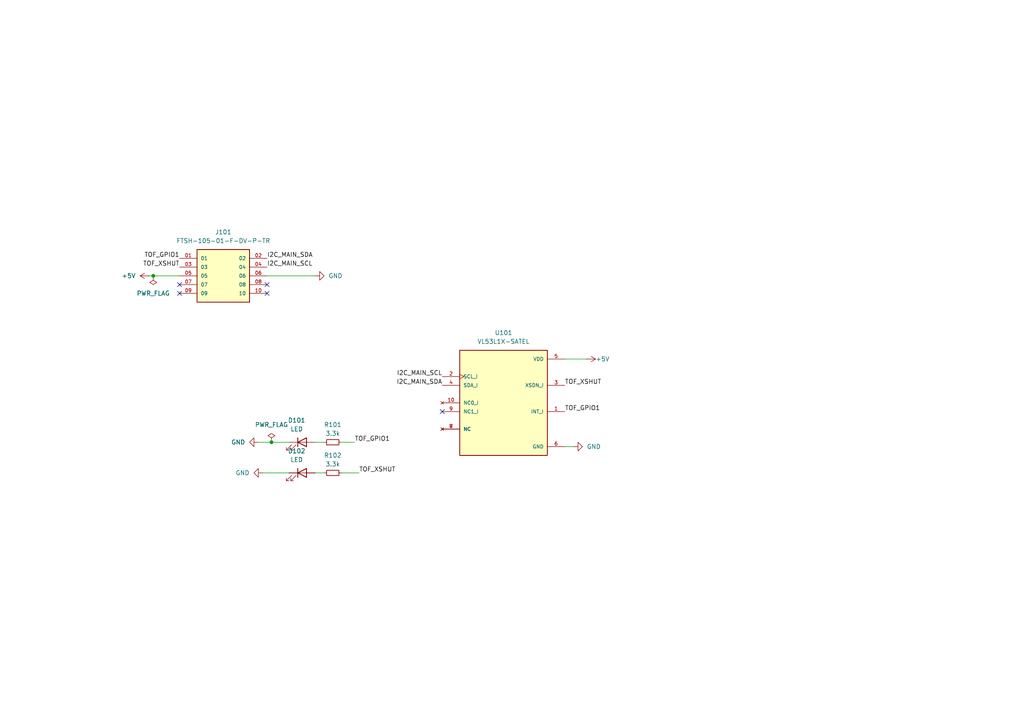
<source format=kicad_sch>
(kicad_sch
	(version 20231120)
	(generator "eeschema")
	(generator_version "8.0")
	(uuid "7943f51e-eeb2-4e3f-998e-da791ad96923")
	(paper "A4")
	(lib_symbols
		(symbol "74xGxx:FTSH-105-01-F-DV-P-TR"
			(pin_names
				(offset 1.016)
			)
			(exclude_from_sim no)
			(in_bom yes)
			(on_board yes)
			(property "Reference" "J"
				(at -8.12 7.62 0)
				(effects
					(font
						(size 1.27 1.27)
					)
					(justify left bottom)
				)
			)
			(property "Value" "FTSH-105-01-F-DV-P-TR"
				(at -7.62 -10.16 0)
				(effects
					(font
						(size 1.27 1.27)
					)
					(justify left bottom)
				)
			)
			(property "Footprint" "FTSH-105-01-F-DV-P-TR:SAMTEC_FTSH-105-01-F-DV-P-TR"
				(at 0 0 0)
				(effects
					(font
						(size 1.27 1.27)
					)
					(justify bottom)
					(hide yes)
				)
			)
			(property "Datasheet" ""
				(at 0 0 0)
				(effects
					(font
						(size 1.27 1.27)
					)
					(hide yes)
				)
			)
			(property "Description" ""
				(at 0 0 0)
				(effects
					(font
						(size 1.27 1.27)
					)
					(hide yes)
				)
			)
			(property "PARTREV" "R"
				(at 0 0 0)
				(effects
					(font
						(size 1.27 1.27)
					)
					(justify bottom)
					(hide yes)
				)
			)
			(property "MANUFACTURER" "Samtec"
				(at 0 0 0)
				(effects
					(font
						(size 1.27 1.27)
					)
					(justify bottom)
					(hide yes)
				)
			)
			(property "STANDARD" "Manufacturer Recommendations"
				(at 0 0 0)
				(effects
					(font
						(size 1.27 1.27)
					)
					(justify bottom)
					(hide yes)
				)
			)
			(symbol "FTSH-105-01-F-DV-P-TR_0_0"
				(rectangle
					(start -7.62 -7.62)
					(end 7.62 7.62)
					(stroke
						(width 0.254)
						(type default)
					)
					(fill
						(type background)
					)
				)
				(pin passive line
					(at -12.7 5.08 0)
					(length 5.08)
					(name "01"
						(effects
							(font
								(size 1.016 1.016)
							)
						)
					)
					(number "01"
						(effects
							(font
								(size 1.016 1.016)
							)
						)
					)
				)
				(pin passive line
					(at 12.7 5.08 180)
					(length 5.08)
					(name "02"
						(effects
							(font
								(size 1.016 1.016)
							)
						)
					)
					(number "02"
						(effects
							(font
								(size 1.016 1.016)
							)
						)
					)
				)
				(pin passive line
					(at -12.7 2.54 0)
					(length 5.08)
					(name "03"
						(effects
							(font
								(size 1.016 1.016)
							)
						)
					)
					(number "03"
						(effects
							(font
								(size 1.016 1.016)
							)
						)
					)
				)
				(pin passive line
					(at 12.7 2.54 180)
					(length 5.08)
					(name "04"
						(effects
							(font
								(size 1.016 1.016)
							)
						)
					)
					(number "04"
						(effects
							(font
								(size 1.016 1.016)
							)
						)
					)
				)
				(pin passive line
					(at -12.7 0 0)
					(length 5.08)
					(name "05"
						(effects
							(font
								(size 1.016 1.016)
							)
						)
					)
					(number "05"
						(effects
							(font
								(size 1.016 1.016)
							)
						)
					)
				)
				(pin passive line
					(at 12.7 0 180)
					(length 5.08)
					(name "06"
						(effects
							(font
								(size 1.016 1.016)
							)
						)
					)
					(number "06"
						(effects
							(font
								(size 1.016 1.016)
							)
						)
					)
				)
				(pin passive line
					(at -12.7 -2.54 0)
					(length 5.08)
					(name "07"
						(effects
							(font
								(size 1.016 1.016)
							)
						)
					)
					(number "07"
						(effects
							(font
								(size 1.016 1.016)
							)
						)
					)
				)
				(pin passive line
					(at 12.7 -2.54 180)
					(length 5.08)
					(name "08"
						(effects
							(font
								(size 1.016 1.016)
							)
						)
					)
					(number "08"
						(effects
							(font
								(size 1.016 1.016)
							)
						)
					)
				)
				(pin passive line
					(at -12.7 -5.08 0)
					(length 5.08)
					(name "09"
						(effects
							(font
								(size 1.016 1.016)
							)
						)
					)
					(number "09"
						(effects
							(font
								(size 1.016 1.016)
							)
						)
					)
				)
				(pin passive line
					(at 12.7 -5.08 180)
					(length 5.08)
					(name "10"
						(effects
							(font
								(size 1.016 1.016)
							)
						)
					)
					(number "10"
						(effects
							(font
								(size 1.016 1.016)
							)
						)
					)
				)
			)
		)
		(symbol "74xx:VL53L1X-SATEL"
			(pin_names
				(offset 1.016)
			)
			(exclude_from_sim no)
			(in_bom yes)
			(on_board yes)
			(property "Reference" "U"
				(at -12.7 16.002 0)
				(effects
					(font
						(size 1.27 1.27)
					)
					(justify left bottom)
				)
			)
			(property "Value" "VL53L1X-SATEL"
				(at -12.7 -17.78 0)
				(effects
					(font
						(size 1.27 1.27)
					)
					(justify left bottom)
				)
			)
			(property "Footprint" ""
				(at -0.508 -21.59 0)
				(effects
					(font
						(size 1.27 1.27)
					)
					(justify bottom)
					(hide yes)
				)
			)
			(property "Datasheet" ""
				(at 9.906 -21.844 0)
				(effects
					(font
						(size 1.27 1.27)
					)
					(hide yes)
				)
			)
			(property "Description" ""
				(at 9.906 -21.844 0)
				(effects
					(font
						(size 1.27 1.27)
					)
					(hide yes)
				)
			)
			(property "MF" ""
				(at 13.208 -23.622 0)
				(effects
					(font
						(size 1.27 1.27)
					)
					(justify bottom)
					(hide yes)
				)
			)
			(property "MAXIMUM_PACKAGE_HEIGHT" ""
				(at 9.906 -21.844 0)
				(effects
					(font
						(size 1.27 1.27)
					)
					(justify bottom)
					(hide yes)
				)
			)
			(property "Package" ""
				(at 9.906 -21.844 0)
				(effects
					(font
						(size 1.27 1.27)
					)
					(justify bottom)
					(hide yes)
				)
			)
			(property "Price" ""
				(at 9.906 -21.844 0)
				(effects
					(font
						(size 1.27 1.27)
					)
					(justify bottom)
					(hide yes)
				)
			)
			(property "Check_prices" ""
				(at 4.826 -20.066 0)
				(effects
					(font
						(size 1.27 1.27)
					)
					(justify bottom)
					(hide yes)
				)
			)
			(property "STANDARD" ""
				(at 12.192 -23.622 0)
				(effects
					(font
						(size 1.27 1.27)
					)
					(justify bottom)
					(hide yes)
				)
			)
			(property "PARTREV" ""
				(at 9.906 -21.844 0)
				(effects
					(font
						(size 1.27 1.27)
					)
					(justify bottom)
					(hide yes)
				)
			)
			(property "SnapEDA_Link" ""
				(at 5.842 -21.59 0)
				(effects
					(font
						(size 1.27 1.27)
					)
					(justify bottom)
					(hide yes)
				)
			)
			(property "MP" ""
				(at -0.508 -21.336 0)
				(effects
					(font
						(size 1.27 1.27)
					)
					(justify bottom)
					(hide yes)
				)
			)
			(property "Description_1" ""
				(at -1.016 -19.812 0)
				(effects
					(font
						(size 1.27 1.27)
					)
					(justify bottom)
					(hide yes)
				)
			)
			(property "MANUFACTURER" ""
				(at 8.636 -22.098 0)
				(effects
					(font
						(size 1.27 1.27)
					)
					(justify bottom)
					(hide yes)
				)
			)
			(property "Availability" ""
				(at 4.064 -23.368 0)
				(effects
					(font
						(size 1.27 1.27)
					)
					(justify bottom)
					(hide yes)
				)
			)
			(property "SNAPEDA_PN" ""
				(at 10.414 -20.828 0)
				(effects
					(font
						(size 1.27 1.27)
					)
					(justify bottom)
					(hide yes)
				)
			)
			(symbol "VL53L1X-SATEL_0_0"
				(rectangle
					(start -12.7 -15.24)
					(end 12.7 15.24)
					(stroke
						(width 0.254)
						(type default)
					)
					(fill
						(type background)
					)
				)
				(pin output line
					(at 17.78 -2.54 180)
					(length 5.08)
					(name "INT_I"
						(effects
							(font
								(size 1.016 1.016)
							)
						)
					)
					(number "1"
						(effects
							(font
								(size 1.016 1.016)
							)
						)
					)
				)
				(pin no_connect line
					(at -17.78 0 0)
					(length 5.08)
					(name "NC0_I"
						(effects
							(font
								(size 1.016 1.016)
							)
						)
					)
					(number "10"
						(effects
							(font
								(size 1.016 1.016)
							)
						)
					)
				)
				(pin input clock
					(at -17.78 7.62 0)
					(length 5.08)
					(name "SCL_I"
						(effects
							(font
								(size 1.016 1.016)
							)
						)
					)
					(number "2"
						(effects
							(font
								(size 1.016 1.016)
							)
						)
					)
				)
				(pin input line
					(at 17.78 5.08 180)
					(length 5.08)
					(name "XSDN_I"
						(effects
							(font
								(size 1.016 1.016)
							)
						)
					)
					(number "3"
						(effects
							(font
								(size 1.016 1.016)
							)
						)
					)
				)
				(pin bidirectional line
					(at -17.78 5.08 0)
					(length 5.08)
					(name "SDA_I"
						(effects
							(font
								(size 1.016 1.016)
							)
						)
					)
					(number "4"
						(effects
							(font
								(size 1.016 1.016)
							)
						)
					)
				)
				(pin power_in line
					(at 17.78 12.7 180)
					(length 5.08)
					(name "VDD"
						(effects
							(font
								(size 1.016 1.016)
							)
						)
					)
					(number "5"
						(effects
							(font
								(size 1.016 1.016)
							)
						)
					)
				)
				(pin power_in line
					(at 17.78 -12.7 180)
					(length 5.08)
					(name "GND"
						(effects
							(font
								(size 1.016 1.016)
							)
						)
					)
					(number "6"
						(effects
							(font
								(size 1.016 1.016)
							)
						)
					)
				)
				(pin no_connect line
					(at -17.78 -7.62 0)
					(length 5.08)
					(name "NC"
						(effects
							(font
								(size 1.016 1.016)
							)
						)
					)
					(number "7"
						(effects
							(font
								(size 1.016 1.016)
							)
						)
					)
				)
				(pin no_connect line
					(at -17.78 -7.62 0)
					(length 5.08)
					(name "NC"
						(effects
							(font
								(size 1.016 1.016)
							)
						)
					)
					(number "8"
						(effects
							(font
								(size 1.016 1.016)
							)
						)
					)
				)
				(pin passive line
					(at -17.78 -2.54 0)
					(length 5.08)
					(name "NC1_I"
						(effects
							(font
								(size 1.016 1.016)
							)
						)
					)
					(number "9"
						(effects
							(font
								(size 1.016 1.016)
							)
						)
					)
				)
			)
		)
		(symbol "Device:LED"
			(pin_numbers hide)
			(pin_names
				(offset 1.016) hide)
			(exclude_from_sim no)
			(in_bom yes)
			(on_board yes)
			(property "Reference" "D"
				(at 0 2.54 0)
				(effects
					(font
						(size 1.27 1.27)
					)
				)
			)
			(property "Value" "LED"
				(at 0 -2.54 0)
				(effects
					(font
						(size 1.27 1.27)
					)
				)
			)
			(property "Footprint" ""
				(at 0 0 0)
				(effects
					(font
						(size 1.27 1.27)
					)
					(hide yes)
				)
			)
			(property "Datasheet" "~"
				(at 0 0 0)
				(effects
					(font
						(size 1.27 1.27)
					)
					(hide yes)
				)
			)
			(property "Description" "Light emitting diode"
				(at 0 0 0)
				(effects
					(font
						(size 1.27 1.27)
					)
					(hide yes)
				)
			)
			(property "ki_keywords" "LED diode"
				(at 0 0 0)
				(effects
					(font
						(size 1.27 1.27)
					)
					(hide yes)
				)
			)
			(property "ki_fp_filters" "LED* LED_SMD:* LED_THT:*"
				(at 0 0 0)
				(effects
					(font
						(size 1.27 1.27)
					)
					(hide yes)
				)
			)
			(symbol "LED_0_1"
				(polyline
					(pts
						(xy -1.27 -1.27) (xy -1.27 1.27)
					)
					(stroke
						(width 0.254)
						(type default)
					)
					(fill
						(type none)
					)
				)
				(polyline
					(pts
						(xy -1.27 0) (xy 1.27 0)
					)
					(stroke
						(width 0)
						(type default)
					)
					(fill
						(type none)
					)
				)
				(polyline
					(pts
						(xy 1.27 -1.27) (xy 1.27 1.27) (xy -1.27 0) (xy 1.27 -1.27)
					)
					(stroke
						(width 0.254)
						(type default)
					)
					(fill
						(type none)
					)
				)
				(polyline
					(pts
						(xy -3.048 -0.762) (xy -4.572 -2.286) (xy -3.81 -2.286) (xy -4.572 -2.286) (xy -4.572 -1.524)
					)
					(stroke
						(width 0)
						(type default)
					)
					(fill
						(type none)
					)
				)
				(polyline
					(pts
						(xy -1.778 -0.762) (xy -3.302 -2.286) (xy -2.54 -2.286) (xy -3.302 -2.286) (xy -3.302 -1.524)
					)
					(stroke
						(width 0)
						(type default)
					)
					(fill
						(type none)
					)
				)
			)
			(symbol "LED_1_1"
				(pin passive line
					(at -3.81 0 0)
					(length 2.54)
					(name "K"
						(effects
							(font
								(size 1.27 1.27)
							)
						)
					)
					(number "1"
						(effects
							(font
								(size 1.27 1.27)
							)
						)
					)
				)
				(pin passive line
					(at 3.81 0 180)
					(length 2.54)
					(name "A"
						(effects
							(font
								(size 1.27 1.27)
							)
						)
					)
					(number "2"
						(effects
							(font
								(size 1.27 1.27)
							)
						)
					)
				)
			)
		)
		(symbol "Device:R_Small"
			(pin_numbers hide)
			(pin_names
				(offset 0.254) hide)
			(exclude_from_sim no)
			(in_bom yes)
			(on_board yes)
			(property "Reference" "R"
				(at 0.762 0.508 0)
				(effects
					(font
						(size 1.27 1.27)
					)
					(justify left)
				)
			)
			(property "Value" "R_Small"
				(at 0.762 -1.016 0)
				(effects
					(font
						(size 1.27 1.27)
					)
					(justify left)
				)
			)
			(property "Footprint" ""
				(at 0 0 0)
				(effects
					(font
						(size 1.27 1.27)
					)
					(hide yes)
				)
			)
			(property "Datasheet" "~"
				(at 0 0 0)
				(effects
					(font
						(size 1.27 1.27)
					)
					(hide yes)
				)
			)
			(property "Description" "Resistor, small symbol"
				(at 0 0 0)
				(effects
					(font
						(size 1.27 1.27)
					)
					(hide yes)
				)
			)
			(property "ki_keywords" "R resistor"
				(at 0 0 0)
				(effects
					(font
						(size 1.27 1.27)
					)
					(hide yes)
				)
			)
			(property "ki_fp_filters" "R_*"
				(at 0 0 0)
				(effects
					(font
						(size 1.27 1.27)
					)
					(hide yes)
				)
			)
			(symbol "R_Small_0_1"
				(rectangle
					(start -0.762 1.778)
					(end 0.762 -1.778)
					(stroke
						(width 0.2032)
						(type default)
					)
					(fill
						(type none)
					)
				)
			)
			(symbol "R_Small_1_1"
				(pin passive line
					(at 0 2.54 270)
					(length 0.762)
					(name "~"
						(effects
							(font
								(size 1.27 1.27)
							)
						)
					)
					(number "1"
						(effects
							(font
								(size 1.27 1.27)
							)
						)
					)
				)
				(pin passive line
					(at 0 -2.54 90)
					(length 0.762)
					(name "~"
						(effects
							(font
								(size 1.27 1.27)
							)
						)
					)
					(number "2"
						(effects
							(font
								(size 1.27 1.27)
							)
						)
					)
				)
			)
		)
		(symbol "power:+5V"
			(power)
			(pin_numbers hide)
			(pin_names
				(offset 0) hide)
			(exclude_from_sim no)
			(in_bom yes)
			(on_board yes)
			(property "Reference" "#PWR"
				(at 0 -3.81 0)
				(effects
					(font
						(size 1.27 1.27)
					)
					(hide yes)
				)
			)
			(property "Value" "+5V"
				(at 0 3.556 0)
				(effects
					(font
						(size 1.27 1.27)
					)
				)
			)
			(property "Footprint" ""
				(at 0 0 0)
				(effects
					(font
						(size 1.27 1.27)
					)
					(hide yes)
				)
			)
			(property "Datasheet" ""
				(at 0 0 0)
				(effects
					(font
						(size 1.27 1.27)
					)
					(hide yes)
				)
			)
			(property "Description" "Power symbol creates a global label with name \"+5V\""
				(at 0 0 0)
				(effects
					(font
						(size 1.27 1.27)
					)
					(hide yes)
				)
			)
			(property "ki_keywords" "global power"
				(at 0 0 0)
				(effects
					(font
						(size 1.27 1.27)
					)
					(hide yes)
				)
			)
			(symbol "+5V_0_1"
				(polyline
					(pts
						(xy -0.762 1.27) (xy 0 2.54)
					)
					(stroke
						(width 0)
						(type default)
					)
					(fill
						(type none)
					)
				)
				(polyline
					(pts
						(xy 0 0) (xy 0 2.54)
					)
					(stroke
						(width 0)
						(type default)
					)
					(fill
						(type none)
					)
				)
				(polyline
					(pts
						(xy 0 2.54) (xy 0.762 1.27)
					)
					(stroke
						(width 0)
						(type default)
					)
					(fill
						(type none)
					)
				)
			)
			(symbol "+5V_1_1"
				(pin power_in line
					(at 0 0 90)
					(length 0)
					(name "~"
						(effects
							(font
								(size 1.27 1.27)
							)
						)
					)
					(number "1"
						(effects
							(font
								(size 1.27 1.27)
							)
						)
					)
				)
			)
		)
		(symbol "power:GND"
			(power)
			(pin_numbers hide)
			(pin_names
				(offset 0) hide)
			(exclude_from_sim no)
			(in_bom yes)
			(on_board yes)
			(property "Reference" "#PWR"
				(at 0 -6.35 0)
				(effects
					(font
						(size 1.27 1.27)
					)
					(hide yes)
				)
			)
			(property "Value" "GND"
				(at 0 -3.81 0)
				(effects
					(font
						(size 1.27 1.27)
					)
				)
			)
			(property "Footprint" ""
				(at 0 0 0)
				(effects
					(font
						(size 1.27 1.27)
					)
					(hide yes)
				)
			)
			(property "Datasheet" ""
				(at 0 0 0)
				(effects
					(font
						(size 1.27 1.27)
					)
					(hide yes)
				)
			)
			(property "Description" "Power symbol creates a global label with name \"GND\" , ground"
				(at 0 0 0)
				(effects
					(font
						(size 1.27 1.27)
					)
					(hide yes)
				)
			)
			(property "ki_keywords" "global power"
				(at 0 0 0)
				(effects
					(font
						(size 1.27 1.27)
					)
					(hide yes)
				)
			)
			(symbol "GND_0_1"
				(polyline
					(pts
						(xy 0 0) (xy 0 -1.27) (xy 1.27 -1.27) (xy 0 -2.54) (xy -1.27 -1.27) (xy 0 -1.27)
					)
					(stroke
						(width 0)
						(type default)
					)
					(fill
						(type none)
					)
				)
			)
			(symbol "GND_1_1"
				(pin power_in line
					(at 0 0 270)
					(length 0)
					(name "~"
						(effects
							(font
								(size 1.27 1.27)
							)
						)
					)
					(number "1"
						(effects
							(font
								(size 1.27 1.27)
							)
						)
					)
				)
			)
		)
		(symbol "power:PWR_FLAG"
			(power)
			(pin_numbers hide)
			(pin_names
				(offset 0) hide)
			(exclude_from_sim no)
			(in_bom yes)
			(on_board yes)
			(property "Reference" "#FLG"
				(at 0 1.905 0)
				(effects
					(font
						(size 1.27 1.27)
					)
					(hide yes)
				)
			)
			(property "Value" "PWR_FLAG"
				(at 0 3.81 0)
				(effects
					(font
						(size 1.27 1.27)
					)
				)
			)
			(property "Footprint" ""
				(at 0 0 0)
				(effects
					(font
						(size 1.27 1.27)
					)
					(hide yes)
				)
			)
			(property "Datasheet" "~"
				(at 0 0 0)
				(effects
					(font
						(size 1.27 1.27)
					)
					(hide yes)
				)
			)
			(property "Description" "Special symbol for telling ERC where power comes from"
				(at 0 0 0)
				(effects
					(font
						(size 1.27 1.27)
					)
					(hide yes)
				)
			)
			(property "ki_keywords" "flag power"
				(at 0 0 0)
				(effects
					(font
						(size 1.27 1.27)
					)
					(hide yes)
				)
			)
			(symbol "PWR_FLAG_0_0"
				(pin power_out line
					(at 0 0 90)
					(length 0)
					(name "~"
						(effects
							(font
								(size 1.27 1.27)
							)
						)
					)
					(number "1"
						(effects
							(font
								(size 1.27 1.27)
							)
						)
					)
				)
			)
			(symbol "PWR_FLAG_0_1"
				(polyline
					(pts
						(xy 0 0) (xy 0 1.27) (xy -1.016 1.905) (xy 0 2.54) (xy 1.016 1.905) (xy 0 1.27)
					)
					(stroke
						(width 0)
						(type default)
					)
					(fill
						(type none)
					)
				)
			)
		)
	)
	(junction
		(at 78.74 128.27)
		(diameter 0)
		(color 0 0 0 0)
		(uuid "4d9dbfe0-3047-45d5-baf3-ebdc50648db8")
	)
	(junction
		(at 44.45 80.01)
		(diameter 0)
		(color 0 0 0 0)
		(uuid "9bff49b4-3fbe-4222-95c7-60874b512465")
	)
	(no_connect
		(at 52.07 82.55)
		(uuid "5cfa54f1-cab2-41be-9d8e-3f1868d29dab")
	)
	(no_connect
		(at 128.27 119.38)
		(uuid "8132a300-3bb1-4358-b430-f128aa6bdc49")
	)
	(no_connect
		(at 77.47 85.09)
		(uuid "9237b36e-7e2e-4edf-b106-a2f5a46c7038")
	)
	(no_connect
		(at 52.07 85.09)
		(uuid "ab997fd2-9ceb-42a4-a819-7cf89eec2605")
	)
	(no_connect
		(at 77.47 82.55)
		(uuid "e8710cf0-9d68-4a06-ab03-5276dc3c3b78")
	)
	(wire
		(pts
			(xy 99.06 128.27) (xy 102.87 128.27)
		)
		(stroke
			(width 0)
			(type default)
		)
		(uuid "0d332747-34f4-438b-a304-fd9f8936c242")
	)
	(wire
		(pts
			(xy 163.83 104.14) (xy 170.18 104.14)
		)
		(stroke
			(width 0)
			(type default)
		)
		(uuid "23d508df-0afb-4e2a-b9fb-7331e6671dd8")
	)
	(wire
		(pts
			(xy 91.44 137.16) (xy 93.98 137.16)
		)
		(stroke
			(width 0)
			(type default)
		)
		(uuid "3ac4e39b-714a-4c8b-97bc-34c2224ad38d")
	)
	(wire
		(pts
			(xy 163.83 129.54) (xy 166.37 129.54)
		)
		(stroke
			(width 0)
			(type default)
		)
		(uuid "5b4cad06-14a0-4437-8f6a-e925fe1c54d9")
	)
	(wire
		(pts
			(xy 44.45 80.01) (xy 52.07 80.01)
		)
		(stroke
			(width 0)
			(type default)
		)
		(uuid "8651b482-f0f3-4419-a409-fecb21589dd9")
	)
	(wire
		(pts
			(xy 91.44 128.27) (xy 93.98 128.27)
		)
		(stroke
			(width 0)
			(type default)
		)
		(uuid "8c4917ff-6dcd-4d59-b177-e2d2801106af")
	)
	(wire
		(pts
			(xy 43.18 80.01) (xy 44.45 80.01)
		)
		(stroke
			(width 0)
			(type default)
		)
		(uuid "9155447c-375a-41d7-8ee7-d5e9978feb0c")
	)
	(wire
		(pts
			(xy 99.06 137.16) (xy 104.14 137.16)
		)
		(stroke
			(width 0)
			(type default)
		)
		(uuid "967b4482-7fcd-4829-af35-462e6cf2106d")
	)
	(wire
		(pts
			(xy 74.93 128.27) (xy 78.74 128.27)
		)
		(stroke
			(width 0)
			(type default)
		)
		(uuid "b2d80456-61f8-4abc-9494-ed011f85c60f")
	)
	(wire
		(pts
			(xy 76.2 137.16) (xy 83.82 137.16)
		)
		(stroke
			(width 0)
			(type default)
		)
		(uuid "ba713424-4e7a-4244-a59f-8cfd6a6cd458")
	)
	(wire
		(pts
			(xy 78.74 128.27) (xy 83.82 128.27)
		)
		(stroke
			(width 0)
			(type default)
		)
		(uuid "ec69927e-de85-4607-8d67-7060f1ba629b")
	)
	(wire
		(pts
			(xy 77.47 80.01) (xy 91.44 80.01)
		)
		(stroke
			(width 0)
			(type default)
		)
		(uuid "f81521d5-b384-4f5a-a031-74e3064a537b")
	)
	(label "TOF_GPIO1"
		(at 52.07 74.93 180)
		(fields_autoplaced yes)
		(effects
			(font
				(size 1.27 1.27)
			)
			(justify right bottom)
		)
		(uuid "0758460b-209c-4950-8a34-8fc16694d5cc")
	)
	(label "I2C_MAIN_SDA"
		(at 77.47 74.93 0)
		(fields_autoplaced yes)
		(effects
			(font
				(size 1.27 1.27)
			)
			(justify left bottom)
		)
		(uuid "1cc97a99-e522-4f81-a8de-5b37e0169016")
	)
	(label "TOF_XSHUT"
		(at 104.14 137.16 0)
		(fields_autoplaced yes)
		(effects
			(font
				(size 1.27 1.27)
			)
			(justify left bottom)
		)
		(uuid "27d119a7-2a96-4cbf-92b3-0b3ed711a9b0")
	)
	(label "TOF_XSHUT"
		(at 163.83 111.76 0)
		(fields_autoplaced yes)
		(effects
			(font
				(size 1.27 1.27)
			)
			(justify left bottom)
		)
		(uuid "314eb2dc-2695-476f-91ae-ad8749ef219e")
	)
	(label "I2C_MAIN_SCL"
		(at 77.47 77.47 0)
		(fields_autoplaced yes)
		(effects
			(font
				(size 1.27 1.27)
			)
			(justify left bottom)
		)
		(uuid "31785e0d-5704-43cb-a878-e1cf20d33986")
	)
	(label "I2C_MAIN_SDA"
		(at 128.27 111.76 180)
		(fields_autoplaced yes)
		(effects
			(font
				(size 1.27 1.27)
			)
			(justify right bottom)
		)
		(uuid "410fff38-613d-4be1-ba0e-3f8510f5975a")
	)
	(label "I2C_MAIN_SCL"
		(at 128.27 109.22 180)
		(fields_autoplaced yes)
		(effects
			(font
				(size 1.27 1.27)
			)
			(justify right bottom)
		)
		(uuid "41cdd05d-f344-4441-a75d-767d68c2cc7e")
	)
	(label "TOF_GPIO1"
		(at 163.83 119.38 0)
		(fields_autoplaced yes)
		(effects
			(font
				(size 1.27 1.27)
			)
			(justify left bottom)
		)
		(uuid "4e15bede-0d16-496c-93b8-e51144ac0a15")
	)
	(label "TOF_GPIO1"
		(at 102.87 128.27 0)
		(fields_autoplaced yes)
		(effects
			(font
				(size 1.27 1.27)
			)
			(justify left bottom)
		)
		(uuid "991bee3b-8f2e-4979-8a96-ec10872dcade")
	)
	(label "TOF_XSHUT"
		(at 52.07 77.47 180)
		(fields_autoplaced yes)
		(effects
			(font
				(size 1.27 1.27)
			)
			(justify right bottom)
		)
		(uuid "a2c81b76-0ad1-4cbc-ab99-9c9b9d295564")
	)
	(symbol
		(lib_id "Device:R_Small")
		(at 96.52 137.16 90)
		(unit 1)
		(exclude_from_sim no)
		(in_bom yes)
		(on_board yes)
		(dnp no)
		(fields_autoplaced yes)
		(uuid "0cb324c3-aafa-4f6f-9517-67133c24dd83")
		(property "Reference" "R102"
			(at 96.52 132.08 90)
			(effects
				(font
					(size 1.27 1.27)
				)
			)
		)
		(property "Value" "3.3k"
			(at 96.52 134.62 90)
			(effects
				(font
					(size 1.27 1.27)
				)
			)
		)
		(property "Footprint" "Resistor_SMD:R_0402_1005Metric_Pad0.72x0.64mm_HandSolder"
			(at 96.52 137.16 0)
			(effects
				(font
					(size 1.27 1.27)
				)
				(hide yes)
			)
		)
		(property "Datasheet" "~"
			(at 96.52 137.16 0)
			(effects
				(font
					(size 1.27 1.27)
				)
				(hide yes)
			)
		)
		(property "Description" "Resistor, small symbol"
			(at 96.52 137.16 0)
			(effects
				(font
					(size 1.27 1.27)
				)
				(hide yes)
			)
		)
		(pin "1"
			(uuid "73038748-e59f-4df0-be97-0501e5abe025")
		)
		(pin "2"
			(uuid "1ccac48e-118f-448a-b283-9c6a011225fd")
		)
		(instances
			(project "TOF_PCB_COTE"
				(path "/7943f51e-eeb2-4e3f-998e-da791ad96923"
					(reference "R102")
					(unit 1)
				)
			)
		)
	)
	(symbol
		(lib_id "power:GND")
		(at 166.37 129.54 90)
		(unit 1)
		(exclude_from_sim no)
		(in_bom yes)
		(on_board yes)
		(dnp no)
		(fields_autoplaced yes)
		(uuid "40fb5ec3-daf7-4b42-b89f-18b2593f342f")
		(property "Reference" "#PWR0108"
			(at 172.72 129.54 0)
			(effects
				(font
					(size 1.27 1.27)
				)
				(hide yes)
			)
		)
		(property "Value" "GND"
			(at 170.18 129.5399 90)
			(effects
				(font
					(size 1.27 1.27)
				)
				(justify right)
			)
		)
		(property "Footprint" ""
			(at 166.37 129.54 0)
			(effects
				(font
					(size 1.27 1.27)
				)
				(hide yes)
			)
		)
		(property "Datasheet" ""
			(at 166.37 129.54 0)
			(effects
				(font
					(size 1.27 1.27)
				)
				(hide yes)
			)
		)
		(property "Description" "Power symbol creates a global label with name \"GND\" , ground"
			(at 166.37 129.54 0)
			(effects
				(font
					(size 1.27 1.27)
				)
				(hide yes)
			)
		)
		(pin "1"
			(uuid "339f5314-634f-4a83-a5e2-d8696f7f2d80")
		)
		(instances
			(project "TOF_PCB_COTE"
				(path "/7943f51e-eeb2-4e3f-998e-da791ad96923"
					(reference "#PWR0108")
					(unit 1)
				)
			)
		)
	)
	(symbol
		(lib_id "power:GND")
		(at 91.44 80.01 90)
		(unit 1)
		(exclude_from_sim no)
		(in_bom yes)
		(on_board yes)
		(dnp no)
		(uuid "54a787d7-6bbe-46e9-8b4c-62339c4763ff")
		(property "Reference" "#PWR0105"
			(at 97.79 80.01 0)
			(effects
				(font
					(size 1.27 1.27)
				)
				(hide yes)
			)
		)
		(property "Value" "GND"
			(at 95.25 80.0099 90)
			(effects
				(font
					(size 1.27 1.27)
				)
				(justify right)
			)
		)
		(property "Footprint" ""
			(at 91.44 80.01 0)
			(effects
				(font
					(size 1.27 1.27)
				)
				(hide yes)
			)
		)
		(property "Datasheet" ""
			(at 91.44 80.01 0)
			(effects
				(font
					(size 1.27 1.27)
				)
				(hide yes)
			)
		)
		(property "Description" "Power symbol creates a global label with name \"GND\" , ground"
			(at 91.44 80.01 0)
			(effects
				(font
					(size 1.27 1.27)
				)
				(hide yes)
			)
		)
		(pin "1"
			(uuid "ec295e04-53d1-4e2d-997b-6b2a5daab72c")
		)
		(instances
			(project "TOF_PCB_COTE"
				(path "/7943f51e-eeb2-4e3f-998e-da791ad96923"
					(reference "#PWR0105")
					(unit 1)
				)
			)
		)
	)
	(symbol
		(lib_id "74xGxx:FTSH-105-01-F-DV-P-TR")
		(at 64.77 80.01 0)
		(unit 1)
		(exclude_from_sim no)
		(in_bom yes)
		(on_board yes)
		(dnp no)
		(fields_autoplaced yes)
		(uuid "5eebfbdb-01a9-42f1-83b2-2ee3fefd50de")
		(property "Reference" "J101"
			(at 64.77 67.31 0)
			(effects
				(font
					(size 1.27 1.27)
				)
			)
		)
		(property "Value" "FTSH-105-01-F-DV-P-TR"
			(at 64.77 69.85 0)
			(effects
				(font
					(size 1.27 1.27)
				)
			)
		)
		(property "Footprint" "TJ:SAMTEC_FTSH-105-01-F-DV-P-TR"
			(at 64.77 80.01 0)
			(effects
				(font
					(size 1.27 1.27)
				)
				(justify bottom)
				(hide yes)
			)
		)
		(property "Datasheet" ""
			(at 64.77 80.01 0)
			(effects
				(font
					(size 1.27 1.27)
				)
				(hide yes)
			)
		)
		(property "Description" ""
			(at 64.77 80.01 0)
			(effects
				(font
					(size 1.27 1.27)
				)
				(hide yes)
			)
		)
		(property "PARTREV" "R"
			(at 64.77 80.01 0)
			(effects
				(font
					(size 1.27 1.27)
				)
				(justify bottom)
				(hide yes)
			)
		)
		(property "MANUFACTURER" "Samtec"
			(at 64.77 80.01 0)
			(effects
				(font
					(size 1.27 1.27)
				)
				(justify bottom)
				(hide yes)
			)
		)
		(property "STANDARD" "Manufacturer Recommendations"
			(at 64.77 80.01 0)
			(effects
				(font
					(size 1.27 1.27)
				)
				(justify bottom)
				(hide yes)
			)
		)
		(pin "04"
			(uuid "a257e5bb-bd6c-4a8f-bdb4-4f9b5ac03f56")
		)
		(pin "09"
			(uuid "44bf6ac0-1303-43fb-9222-95789e6d9517")
		)
		(pin "10"
			(uuid "f988253d-d90c-4a30-9408-e41be8778294")
		)
		(pin "07"
			(uuid "01532b9a-246d-4026-bc3c-4d102648aef1")
		)
		(pin "05"
			(uuid "d4493c61-49e6-4829-a8f1-a832be1a9ad3")
		)
		(pin "08"
			(uuid "87c538e6-0c41-4952-916a-f655dab3ef13")
		)
		(pin "03"
			(uuid "22769176-ec65-4403-9e5e-0542bfcbeca5")
		)
		(pin "02"
			(uuid "ec614278-7e96-400f-8134-73e0bdb76364")
		)
		(pin "01"
			(uuid "e012de67-0433-4e3c-ae81-734631ae2613")
		)
		(pin "06"
			(uuid "a4b67729-bc06-4118-88ac-be38b9da9a0f")
		)
		(instances
			(project "TOF_PCB_COTE"
				(path "/7943f51e-eeb2-4e3f-998e-da791ad96923"
					(reference "J101")
					(unit 1)
				)
			)
		)
	)
	(symbol
		(lib_id "power:+5V")
		(at 43.18 80.01 90)
		(unit 1)
		(exclude_from_sim no)
		(in_bom yes)
		(on_board yes)
		(dnp no)
		(fields_autoplaced yes)
		(uuid "63cfc4e7-c5c0-4b1a-9d66-b48df9b60df8")
		(property "Reference" "#PWR0101"
			(at 46.99 80.01 0)
			(effects
				(font
					(size 1.27 1.27)
				)
				(hide yes)
			)
		)
		(property "Value" "+5V"
			(at 39.37 80.0099 90)
			(effects
				(font
					(size 1.27 1.27)
				)
				(justify left)
			)
		)
		(property "Footprint" ""
			(at 43.18 80.01 0)
			(effects
				(font
					(size 1.27 1.27)
				)
				(hide yes)
			)
		)
		(property "Datasheet" ""
			(at 43.18 80.01 0)
			(effects
				(font
					(size 1.27 1.27)
				)
				(hide yes)
			)
		)
		(property "Description" "Power symbol creates a global label with name \"+5V\""
			(at 43.18 80.01 0)
			(effects
				(font
					(size 1.27 1.27)
				)
				(hide yes)
			)
		)
		(pin "1"
			(uuid "508058c7-383c-413a-a7f6-6d3888cf76cf")
		)
		(instances
			(project "TOF_PCB_COTE"
				(path "/7943f51e-eeb2-4e3f-998e-da791ad96923"
					(reference "#PWR0101")
					(unit 1)
				)
			)
		)
	)
	(symbol
		(lib_id "power:GND")
		(at 76.2 137.16 270)
		(unit 1)
		(exclude_from_sim no)
		(in_bom yes)
		(on_board yes)
		(dnp no)
		(fields_autoplaced yes)
		(uuid "7a1c1c4d-0f34-4f98-afc1-9fc86f322657")
		(property "Reference" "#PWR0104"
			(at 69.85 137.16 0)
			(effects
				(font
					(size 1.27 1.27)
				)
				(hide yes)
			)
		)
		(property "Value" "GND"
			(at 72.39 137.1599 90)
			(effects
				(font
					(size 1.27 1.27)
				)
				(justify right)
			)
		)
		(property "Footprint" ""
			(at 76.2 137.16 0)
			(effects
				(font
					(size 1.27 1.27)
				)
				(hide yes)
			)
		)
		(property "Datasheet" ""
			(at 76.2 137.16 0)
			(effects
				(font
					(size 1.27 1.27)
				)
				(hide yes)
			)
		)
		(property "Description" "Power symbol creates a global label with name \"GND\" , ground"
			(at 76.2 137.16 0)
			(effects
				(font
					(size 1.27 1.27)
				)
				(hide yes)
			)
		)
		(pin "1"
			(uuid "ec54c344-fa06-4f9d-bb14-7a75df76a792")
		)
		(instances
			(project "TOF_PCB_COTE"
				(path "/7943f51e-eeb2-4e3f-998e-da791ad96923"
					(reference "#PWR0104")
					(unit 1)
				)
			)
		)
	)
	(symbol
		(lib_id "74xx:VL53L1X-SATEL")
		(at 146.05 116.84 0)
		(unit 1)
		(exclude_from_sim no)
		(in_bom yes)
		(on_board yes)
		(dnp no)
		(fields_autoplaced yes)
		(uuid "808fa6bf-e70c-4e25-8deb-c11ee946032f")
		(property "Reference" "U101"
			(at 146.05 96.52 0)
			(effects
				(font
					(size 1.27 1.27)
				)
			)
		)
		(property "Value" "VL53L1X-SATEL"
			(at 146.05 99.06 0)
			(effects
				(font
					(size 1.27 1.27)
				)
			)
		)
		(property "Footprint" "VL:MODULE_VL53L1X-SATEL"
			(at 145.542 138.43 0)
			(effects
				(font
					(size 1.27 1.27)
				)
				(justify bottom)
				(hide yes)
			)
		)
		(property "Datasheet" ""
			(at 155.956 138.684 0)
			(effects
				(font
					(size 1.27 1.27)
				)
				(hide yes)
			)
		)
		(property "Description" ""
			(at 155.956 138.684 0)
			(effects
				(font
					(size 1.27 1.27)
				)
				(hide yes)
			)
		)
		(property "MF" ""
			(at 159.258 140.462 0)
			(effects
				(font
					(size 1.27 1.27)
				)
				(justify bottom)
				(hide yes)
			)
		)
		(property "MAXIMUM_PACKAGE_HEIGHT" ""
			(at 155.956 138.684 0)
			(effects
				(font
					(size 1.27 1.27)
				)
				(justify bottom)
				(hide yes)
			)
		)
		(property "Package" ""
			(at 155.956 138.684 0)
			(effects
				(font
					(size 1.27 1.27)
				)
				(justify bottom)
				(hide yes)
			)
		)
		(property "Price" ""
			(at 155.956 138.684 0)
			(effects
				(font
					(size 1.27 1.27)
				)
				(justify bottom)
				(hide yes)
			)
		)
		(property "Check_prices" ""
			(at 150.876 136.906 0)
			(effects
				(font
					(size 1.27 1.27)
				)
				(justify bottom)
				(hide yes)
			)
		)
		(property "STANDARD" ""
			(at 158.242 140.462 0)
			(effects
				(font
					(size 1.27 1.27)
				)
				(justify bottom)
				(hide yes)
			)
		)
		(property "PARTREV" ""
			(at 155.956 138.684 0)
			(effects
				(font
					(size 1.27 1.27)
				)
				(justify bottom)
				(hide yes)
			)
		)
		(property "SnapEDA_Link" ""
			(at 151.892 138.43 0)
			(effects
				(font
					(size 1.27 1.27)
				)
				(justify bottom)
				(hide yes)
			)
		)
		(property "MP" ""
			(at 145.542 138.176 0)
			(effects
				(font
					(size 1.27 1.27)
				)
				(justify bottom)
				(hide yes)
			)
		)
		(property "Description_1" ""
			(at 145.034 136.652 0)
			(effects
				(font
					(size 1.27 1.27)
				)
				(justify bottom)
				(hide yes)
			)
		)
		(property "MANUFACTURER" ""
			(at 154.686 138.938 0)
			(effects
				(font
					(size 1.27 1.27)
				)
				(justify bottom)
				(hide yes)
			)
		)
		(property "Availability" ""
			(at 150.114 140.208 0)
			(effects
				(font
					(size 1.27 1.27)
				)
				(justify bottom)
				(hide yes)
			)
		)
		(property "SNAPEDA_PN" ""
			(at 156.464 137.668 0)
			(effects
				(font
					(size 1.27 1.27)
				)
				(justify bottom)
				(hide yes)
			)
		)
		(pin "5"
			(uuid "243bd459-35a6-413b-85b1-437c062bb17c")
		)
		(pin "4"
			(uuid "ec41abb1-5445-45de-9518-0f92d5721be4")
		)
		(pin "3"
			(uuid "257f2313-0bfc-490a-b119-3c9884a2c0db")
		)
		(pin "9"
			(uuid "70031263-36d7-4e18-bf45-f91fd6d2f060")
		)
		(pin "8"
			(uuid "97f931bf-9922-4afb-a1a7-71d06cbb0b98")
		)
		(pin "6"
			(uuid "68bb59ad-9f12-44e5-8df6-aba53e7806eb")
		)
		(pin "7"
			(uuid "68d38e54-dcc8-48b6-b746-9ac945c39455")
		)
		(pin "1"
			(uuid "8fe31e6c-e25b-4d69-9a81-27460a435f02")
		)
		(pin "10"
			(uuid "a2ea3249-4341-4d7c-8b78-6d1fe1823d34")
		)
		(pin "2"
			(uuid "41658838-7512-4dd2-9908-8200d1f0cbe8")
		)
		(instances
			(project "TOF_PCB_COTE"
				(path "/7943f51e-eeb2-4e3f-998e-da791ad96923"
					(reference "U101")
					(unit 1)
				)
			)
		)
	)
	(symbol
		(lib_id "Device:LED")
		(at 87.63 128.27 0)
		(unit 1)
		(exclude_from_sim no)
		(in_bom yes)
		(on_board yes)
		(dnp no)
		(fields_autoplaced yes)
		(uuid "8a854649-bb0a-4a71-b52b-a7f47f27df94")
		(property "Reference" "D101"
			(at 86.0425 121.92 0)
			(effects
				(font
					(size 1.27 1.27)
				)
			)
		)
		(property "Value" "LED"
			(at 86.0425 124.46 0)
			(effects
				(font
					(size 1.27 1.27)
				)
			)
		)
		(property "Footprint" "LED_SMD:LED_0603_1608Metric_Pad1.05x0.95mm_HandSolder"
			(at 87.63 128.27 0)
			(effects
				(font
					(size 1.27 1.27)
				)
				(hide yes)
			)
		)
		(property "Datasheet" "~"
			(at 87.63 128.27 0)
			(effects
				(font
					(size 1.27 1.27)
				)
				(hide yes)
			)
		)
		(property "Description" "Light emitting diode"
			(at 87.63 128.27 0)
			(effects
				(font
					(size 1.27 1.27)
				)
				(hide yes)
			)
		)
		(pin "2"
			(uuid "4f9f92bc-d0a1-4a73-8f39-b804d68d5f8e")
		)
		(pin "1"
			(uuid "0eea0e21-d860-454d-abff-340e782610e3")
		)
		(instances
			(project "TOF_PCB_COTE"
				(path "/7943f51e-eeb2-4e3f-998e-da791ad96923"
					(reference "D101")
					(unit 1)
				)
			)
		)
	)
	(symbol
		(lib_id "power:PWR_FLAG")
		(at 78.74 128.27 0)
		(unit 1)
		(exclude_from_sim no)
		(in_bom yes)
		(on_board yes)
		(dnp no)
		(fields_autoplaced yes)
		(uuid "a26f9daa-6455-43aa-9b06-91c4c48069ec")
		(property "Reference" "#FLG02"
			(at 78.74 126.365 0)
			(effects
				(font
					(size 1.27 1.27)
				)
				(hide yes)
			)
		)
		(property "Value" "PWR_FLAG"
			(at 78.74 123.19 0)
			(effects
				(font
					(size 1.27 1.27)
				)
			)
		)
		(property "Footprint" ""
			(at 78.74 128.27 0)
			(effects
				(font
					(size 1.27 1.27)
				)
				(hide yes)
			)
		)
		(property "Datasheet" "~"
			(at 78.74 128.27 0)
			(effects
				(font
					(size 1.27 1.27)
				)
				(hide yes)
			)
		)
		(property "Description" "Special symbol for telling ERC where power comes from"
			(at 78.74 128.27 0)
			(effects
				(font
					(size 1.27 1.27)
				)
				(hide yes)
			)
		)
		(pin "1"
			(uuid "131f6670-fd09-4415-9464-da31094d502a")
		)
		(instances
			(project "TOF_PCB_COTE"
				(path "/7943f51e-eeb2-4e3f-998e-da791ad96923"
					(reference "#FLG02")
					(unit 1)
				)
			)
		)
	)
	(symbol
		(lib_id "power:+5V")
		(at 170.18 104.14 270)
		(unit 1)
		(exclude_from_sim no)
		(in_bom yes)
		(on_board yes)
		(dnp no)
		(uuid "a54c1e08-16a7-4ec2-bafe-9e5a709ce118")
		(property "Reference" "#PWR0109"
			(at 166.37 104.14 0)
			(effects
				(font
					(size 1.27 1.27)
				)
				(hide yes)
			)
		)
		(property "Value" "+5V"
			(at 172.72 104.14 90)
			(effects
				(font
					(size 1.27 1.27)
				)
				(justify left)
			)
		)
		(property "Footprint" ""
			(at 170.18 104.14 0)
			(effects
				(font
					(size 1.27 1.27)
				)
				(hide yes)
			)
		)
		(property "Datasheet" ""
			(at 170.18 104.14 0)
			(effects
				(font
					(size 1.27 1.27)
				)
				(hide yes)
			)
		)
		(property "Description" "Power symbol creates a global label with name \"+5V\""
			(at 170.18 104.14 0)
			(effects
				(font
					(size 1.27 1.27)
				)
				(hide yes)
			)
		)
		(pin "1"
			(uuid "0624e37a-2db3-47c2-83d2-59b55db2f6ae")
		)
		(instances
			(project "TOF_PCB_COTE"
				(path "/7943f51e-eeb2-4e3f-998e-da791ad96923"
					(reference "#PWR0109")
					(unit 1)
				)
			)
		)
	)
	(symbol
		(lib_id "Device:R_Small")
		(at 96.52 128.27 90)
		(unit 1)
		(exclude_from_sim no)
		(in_bom yes)
		(on_board yes)
		(dnp no)
		(fields_autoplaced yes)
		(uuid "c5304e4e-393f-478b-a64b-5d8757a66122")
		(property "Reference" "R101"
			(at 96.52 123.19 90)
			(effects
				(font
					(size 1.27 1.27)
				)
			)
		)
		(property "Value" "3.3k"
			(at 96.52 125.73 90)
			(effects
				(font
					(size 1.27 1.27)
				)
			)
		)
		(property "Footprint" "Resistor_SMD:R_0402_1005Metric_Pad0.72x0.64mm_HandSolder"
			(at 96.52 128.27 0)
			(effects
				(font
					(size 1.27 1.27)
				)
				(hide yes)
			)
		)
		(property "Datasheet" "~"
			(at 96.52 128.27 0)
			(effects
				(font
					(size 1.27 1.27)
				)
				(hide yes)
			)
		)
		(property "Description" "Resistor, small symbol"
			(at 96.52 128.27 0)
			(effects
				(font
					(size 1.27 1.27)
				)
				(hide yes)
			)
		)
		(pin "1"
			(uuid "31996800-23f7-4e95-9682-3bd0e4031047")
		)
		(pin "2"
			(uuid "d5eb6c47-c5ae-4094-b55a-3139983a5b34")
		)
		(instances
			(project "TOF_PCB_COTE"
				(path "/7943f51e-eeb2-4e3f-998e-da791ad96923"
					(reference "R101")
					(unit 1)
				)
			)
		)
	)
	(symbol
		(lib_id "Device:LED")
		(at 87.63 137.16 0)
		(unit 1)
		(exclude_from_sim no)
		(in_bom yes)
		(on_board yes)
		(dnp no)
		(fields_autoplaced yes)
		(uuid "ca02c1c0-0c3a-42aa-a770-95bd0881995e")
		(property "Reference" "D102"
			(at 86.0425 130.81 0)
			(effects
				(font
					(size 1.27 1.27)
				)
			)
		)
		(property "Value" "LED"
			(at 86.0425 133.35 0)
			(effects
				(font
					(size 1.27 1.27)
				)
			)
		)
		(property "Footprint" "LED_SMD:LED_0603_1608Metric_Pad1.05x0.95mm_HandSolder"
			(at 87.63 137.16 0)
			(effects
				(font
					(size 1.27 1.27)
				)
				(hide yes)
			)
		)
		(property "Datasheet" "~"
			(at 87.63 137.16 0)
			(effects
				(font
					(size 1.27 1.27)
				)
				(hide yes)
			)
		)
		(property "Description" "Light emitting diode"
			(at 87.63 137.16 0)
			(effects
				(font
					(size 1.27 1.27)
				)
				(hide yes)
			)
		)
		(pin "2"
			(uuid "0bb8154c-297c-450d-bee3-88448f5bdd0f")
		)
		(pin "1"
			(uuid "e2e28811-20ad-4911-b181-28f8d6b6897d")
		)
		(instances
			(project "TOF_PCB_COTE"
				(path "/7943f51e-eeb2-4e3f-998e-da791ad96923"
					(reference "D102")
					(unit 1)
				)
			)
		)
	)
	(symbol
		(lib_id "power:PWR_FLAG")
		(at 44.45 80.01 180)
		(unit 1)
		(exclude_from_sim no)
		(in_bom yes)
		(on_board yes)
		(dnp no)
		(fields_autoplaced yes)
		(uuid "f215117a-a273-4572-84a2-50e808ba46f0")
		(property "Reference" "#FLG01"
			(at 44.45 81.915 0)
			(effects
				(font
					(size 1.27 1.27)
				)
				(hide yes)
			)
		)
		(property "Value" "PWR_FLAG"
			(at 44.45 85.09 0)
			(effects
				(font
					(size 1.27 1.27)
				)
			)
		)
		(property "Footprint" ""
			(at 44.45 80.01 0)
			(effects
				(font
					(size 1.27 1.27)
				)
				(hide yes)
			)
		)
		(property "Datasheet" "~"
			(at 44.45 80.01 0)
			(effects
				(font
					(size 1.27 1.27)
				)
				(hide yes)
			)
		)
		(property "Description" "Special symbol for telling ERC where power comes from"
			(at 44.45 80.01 0)
			(effects
				(font
					(size 1.27 1.27)
				)
				(hide yes)
			)
		)
		(pin "1"
			(uuid "2c704ff8-893e-4f22-983e-6b66651a11f4")
		)
		(instances
			(project "TOF_PCB_COTE"
				(path "/7943f51e-eeb2-4e3f-998e-da791ad96923"
					(reference "#FLG01")
					(unit 1)
				)
			)
		)
	)
	(symbol
		(lib_id "power:GND")
		(at 74.93 128.27 270)
		(unit 1)
		(exclude_from_sim no)
		(in_bom yes)
		(on_board yes)
		(dnp no)
		(fields_autoplaced yes)
		(uuid "f702e1c6-db5d-4f82-b893-299e84fdda6c")
		(property "Reference" "#PWR0103"
			(at 68.58 128.27 0)
			(effects
				(font
					(size 1.27 1.27)
				)
				(hide yes)
			)
		)
		(property "Value" "GND"
			(at 71.12 128.2699 90)
			(effects
				(font
					(size 1.27 1.27)
				)
				(justify right)
			)
		)
		(property "Footprint" ""
			(at 74.93 128.27 0)
			(effects
				(font
					(size 1.27 1.27)
				)
				(hide yes)
			)
		)
		(property "Datasheet" ""
			(at 74.93 128.27 0)
			(effects
				(font
					(size 1.27 1.27)
				)
				(hide yes)
			)
		)
		(property "Description" "Power symbol creates a global label with name \"GND\" , ground"
			(at 74.93 128.27 0)
			(effects
				(font
					(size 1.27 1.27)
				)
				(hide yes)
			)
		)
		(pin "1"
			(uuid "d6328c35-5aa7-4b19-88c6-403d420cef7c")
		)
		(instances
			(project "TOF_PCB_COTE"
				(path "/7943f51e-eeb2-4e3f-998e-da791ad96923"
					(reference "#PWR0103")
					(unit 1)
				)
			)
		)
	)
	(sheet_instances
		(path "/"
			(page "1")
		)
	)
)

</source>
